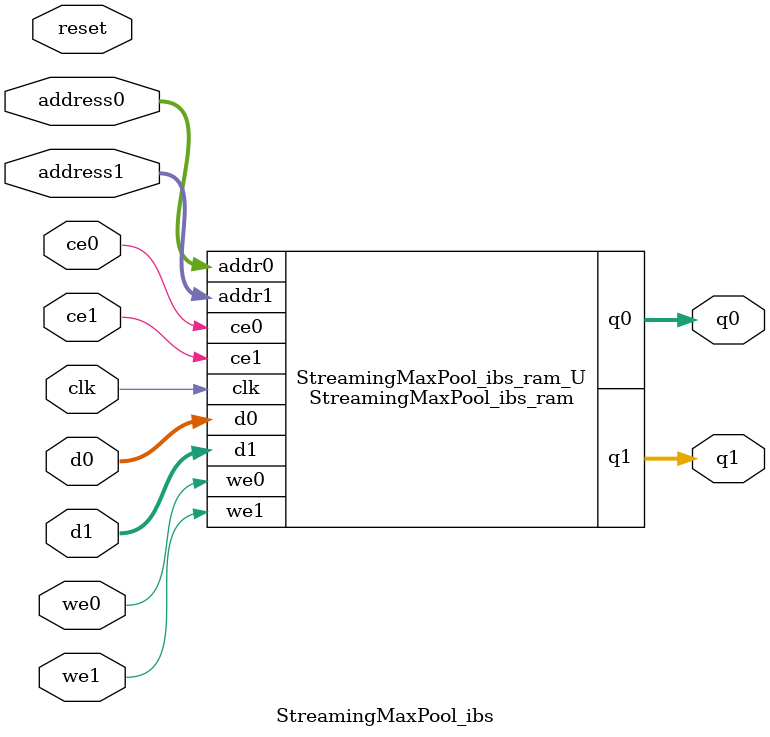
<source format=v>

`timescale 1 ns / 1 ps
module StreamingMaxPool_ibs_ram (addr0, ce0, d0, we0, q0, addr1, ce1, d1, we1, q1,  clk);

parameter DWIDTH = 8;
parameter AWIDTH = 8;
parameter MEM_SIZE = 256;

input[AWIDTH-1:0] addr0;
input ce0;
input[DWIDTH-1:0] d0;
input we0;
output reg[DWIDTH-1:0] q0;
input[AWIDTH-1:0] addr1;
input ce1;
input[DWIDTH-1:0] d1;
input we1;
output reg[DWIDTH-1:0] q1;
input clk;

(* ram_style = "block" *)reg [DWIDTH-1:0] ram[0:MEM_SIZE-1];




always @(posedge clk)  
begin 
    if (ce0) 
    begin
        if (we0) 
        begin 
            ram[addr0] <= d0; 
            q0 <= d0;
        end 
        else 
            q0 <= ram[addr0];
    end
end


always @(posedge clk)  
begin 
    if (ce1) 
    begin
        if (we1) 
        begin 
            ram[addr1] <= d1; 
            q1 <= d1;
        end 
        else 
            q1 <= ram[addr1];
    end
end


endmodule


`timescale 1 ns / 1 ps
module StreamingMaxPool_ibs(
    reset,
    clk,
    address0,
    ce0,
    we0,
    d0,
    q0,
    address1,
    ce1,
    we1,
    d1,
    q1);

parameter DataWidth = 32'd8;
parameter AddressRange = 32'd256;
parameter AddressWidth = 32'd8;
input reset;
input clk;
input[AddressWidth - 1:0] address0;
input ce0;
input we0;
input[DataWidth - 1:0] d0;
output[DataWidth - 1:0] q0;
input[AddressWidth - 1:0] address1;
input ce1;
input we1;
input[DataWidth - 1:0] d1;
output[DataWidth - 1:0] q1;



StreamingMaxPool_ibs_ram StreamingMaxPool_ibs_ram_U(
    .clk( clk ),
    .addr0( address0 ),
    .ce0( ce0 ),
    .we0( we0 ),
    .d0( d0 ),
    .q0( q0 ),
    .addr1( address1 ),
    .ce1( ce1 ),
    .we1( we1 ),
    .d1( d1 ),
    .q1( q1 ));

endmodule


</source>
